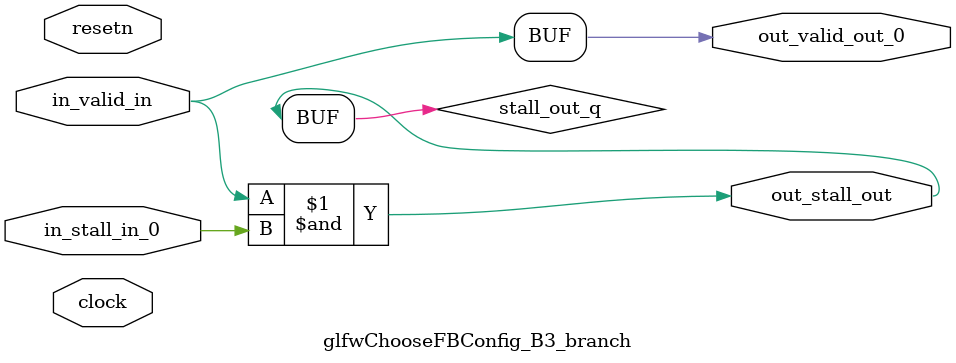
<source format=sv>



(* altera_attribute = "-name AUTO_SHIFT_REGISTER_RECOGNITION OFF; -name MESSAGE_DISABLE 10036; -name MESSAGE_DISABLE 10037; -name MESSAGE_DISABLE 14130; -name MESSAGE_DISABLE 14320; -name MESSAGE_DISABLE 15400; -name MESSAGE_DISABLE 14130; -name MESSAGE_DISABLE 10036; -name MESSAGE_DISABLE 12020; -name MESSAGE_DISABLE 12030; -name MESSAGE_DISABLE 12010; -name MESSAGE_DISABLE 12110; -name MESSAGE_DISABLE 14320; -name MESSAGE_DISABLE 13410; -name MESSAGE_DISABLE 113007; -name MESSAGE_DISABLE 10958" *)
module glfwChooseFBConfig_B3_branch (
    input wire [0:0] in_stall_in_0,
    input wire [0:0] in_valid_in,
    output wire [0:0] out_stall_out,
    output wire [0:0] out_valid_out_0,
    input wire clock,
    input wire resetn
    );

    wire [0:0] stall_out_q;


    // stall_out(LOGICAL,6)
    assign stall_out_q = in_valid_in & in_stall_in_0;

    // out_stall_out(GPOUT,4)
    assign out_stall_out = stall_out_q;

    // out_valid_out_0(GPOUT,5)
    assign out_valid_out_0 = in_valid_in;

endmodule

</source>
